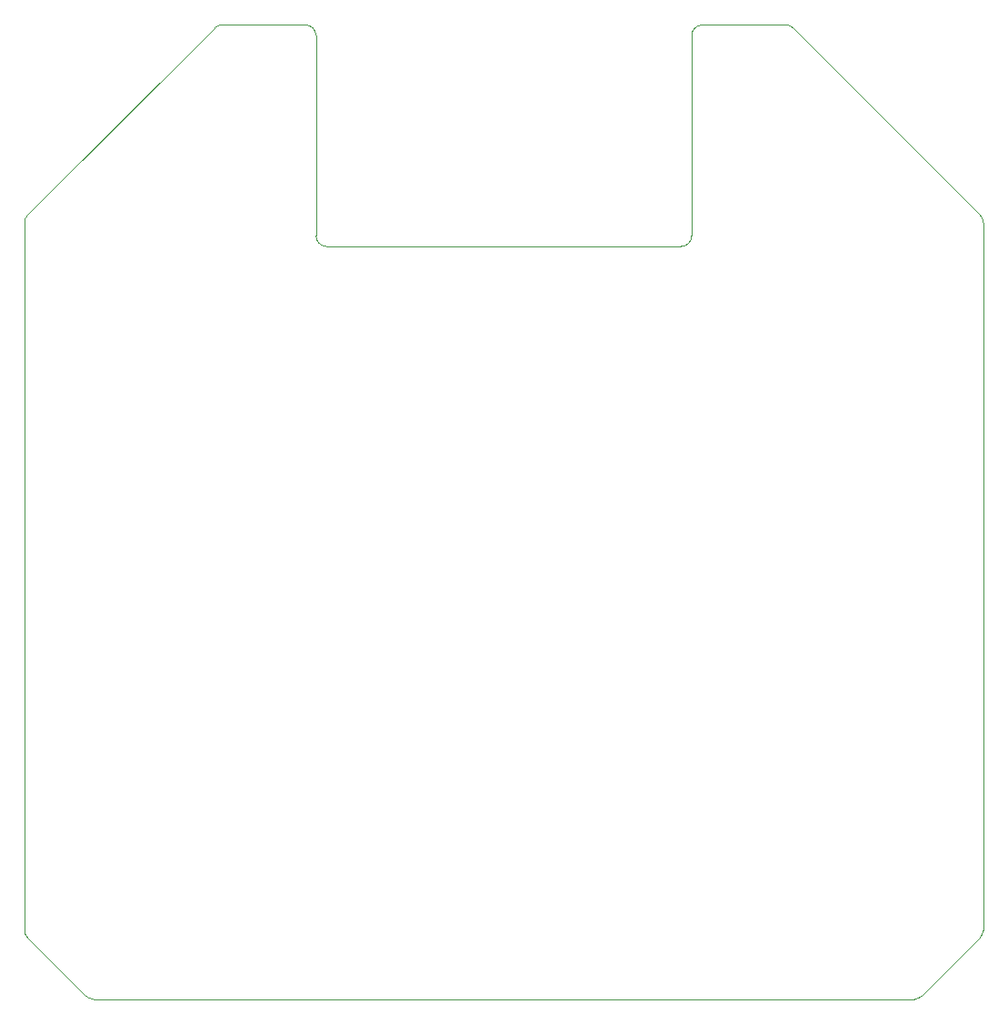
<source format=gbr>
%TF.GenerationSoftware,KiCad,Pcbnew,(5.1.6-0-10_14)*%
%TF.CreationDate,2020-11-20T20:27:55-06:00*%
%TF.ProjectId,Breadboard_DMM,42726561-6462-46f6-9172-645f444d4d2e,rev?*%
%TF.SameCoordinates,Original*%
%TF.FileFunction,Profile,NP*%
%FSLAX46Y46*%
G04 Gerber Fmt 4.6, Leading zero omitted, Abs format (unit mm)*
G04 Created by KiCad (PCBNEW (5.1.6-0-10_14)) date 2020-11-20 20:27:55*
%MOMM*%
%LPD*%
G01*
G04 APERTURE LIST*
%TA.AperFunction,Profile*%
%ADD10C,0.100000*%
%TD*%
G04 APERTURE END LIST*
D10*
X162160800Y-69129400D02*
X162160800Y-50494400D01*
X162160799Y-69129400D02*
G75*
G02*
X161160800Y-70129400I-1000364J364D01*
G01*
X128160800Y-70129400D02*
X161160800Y-70129400D01*
X128160799Y-70129400D02*
G75*
G02*
X127160800Y-69129400I365J1000364D01*
G01*
X127160800Y-50494400D02*
X127160800Y-69129400D01*
X126160799Y-49494400D02*
G75*
G02*
X127160800Y-50494400I-364J-1000365D01*
G01*
X118424800Y-49494400D02*
X126160800Y-49494400D01*
X117717800Y-49787400D02*
G75*
G02*
X118424800Y-49494400I707013J-706518D01*
G01*
X100303800Y-67201400D02*
X117717800Y-49787400D01*
X100010800Y-67908400D02*
G75*
G02*
X100303800Y-67201400I999518J-14D01*
G01*
X100010800Y-133780800D02*
X100010800Y-67908400D01*
X100303800Y-134487800D02*
G75*
G02*
X100010800Y-133780800I706518J707014D01*
G01*
X105717800Y-139901800D02*
X100303800Y-134487800D01*
X106424800Y-140194800D02*
G75*
G02*
X105717800Y-139901800I14J999518D01*
G01*
X182896800Y-140194800D02*
X106424800Y-140194800D01*
X183603800Y-139901800D02*
G75*
G02*
X182896800Y-140194800I-707014J706518D01*
G01*
X189017800Y-134487800D02*
X183603800Y-139901800D01*
X189310800Y-133780800D02*
G75*
G02*
X189017800Y-134487800I-999518J14D01*
G01*
X189310800Y-67908400D02*
X189310800Y-133780800D01*
X189017800Y-67201400D02*
G75*
G02*
X189310800Y-67908400I-706518J-707014D01*
G01*
X171603800Y-49787400D02*
X189017800Y-67201400D01*
X170896800Y-49494400D02*
G75*
G02*
X171603800Y-49787400I-14J-999518D01*
G01*
X163160800Y-49494400D02*
X170896800Y-49494400D01*
X162160799Y-50494400D02*
G75*
G02*
X163160800Y-49494400I1000365J-365D01*
G01*
M02*

</source>
